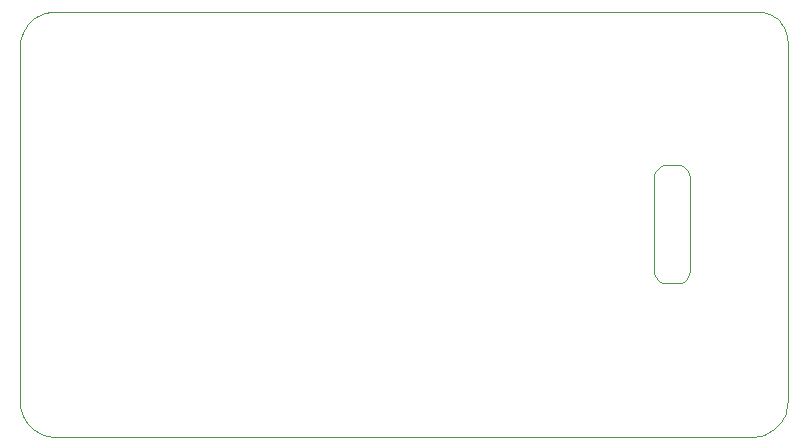
<source format=gm1>
G04*
G04 #@! TF.GenerationSoftware,Altium Limited,Altium Designer,19.1.7 (138)*
G04*
G04 Layer_Color=16711935*
%FSLAX25Y25*%
%MOIN*%
G70*
G01*
G75*
%ADD13C,0.00394*%
D13*
X223228Y86614D02*
X223094Y87633D01*
X222701Y88583D01*
X222075Y89398D01*
X221260Y90024D01*
X220310Y90417D01*
X219291Y90551D01*
X215354D02*
X214335Y90417D01*
X213386Y90024D01*
X212571Y89398D01*
X211945Y88583D01*
X211551Y87633D01*
X211417Y86614D01*
Y55118D02*
X211551Y54099D01*
X211945Y53150D01*
X212571Y52334D01*
X213386Y51709D01*
X214335Y51315D01*
X215354Y51181D01*
X219291D02*
X220310Y51315D01*
X221260Y51709D01*
X222075Y52334D01*
X222701Y53150D01*
X223094Y54099D01*
X223228Y55118D01*
X255906Y131732D02*
X255857Y132712D01*
X255713Y133683D01*
X255475Y134635D01*
X255144Y135559D01*
X254725Y136446D01*
X254220Y137288D01*
X253636Y138076D01*
X252977Y138803D01*
X252249Y139462D01*
X251461Y140047D01*
X250620Y140551D01*
X249732Y140971D01*
X248808Y141302D01*
X247856Y141540D01*
X246886Y141684D01*
X245905Y141732D01*
X244094Y0D02*
X245070Y40D01*
X246039Y161D01*
X246994Y361D01*
X247930Y640D01*
X248839Y995D01*
X249716Y1424D01*
X250554Y1923D01*
X251349Y2490D01*
X252094Y3121D01*
X252784Y3812D01*
X253415Y4557D01*
X253982Y5351D01*
X254482Y6190D01*
X254911Y7067D01*
X255266Y7976D01*
X255544Y8912D01*
X255744Y9867D01*
X255865Y10836D01*
X255906Y11811D01*
X11811Y141732D02*
X10836Y141692D01*
X9867Y141571D01*
X8912Y141371D01*
X7976Y141092D01*
X7067Y140737D01*
X6190Y140309D01*
X5351Y139809D01*
X4557Y139242D01*
X3812Y138611D01*
X3121Y137921D01*
X2490Y137176D01*
X1923Y136381D01*
X1424Y135543D01*
X995Y134666D01*
X640Y133756D01*
X361Y132821D01*
X161Y131865D01*
X40Y130897D01*
X0Y129921D01*
Y11811D02*
X40Y10836D01*
X161Y9867D01*
X361Y8912D01*
X640Y7976D01*
X995Y7067D01*
X1424Y6190D01*
X1923Y5351D01*
X2490Y4557D01*
X3121Y3812D01*
X3812Y3121D01*
X4557Y2490D01*
X5351Y1923D01*
X6190Y1424D01*
X7067Y995D01*
X7976Y640D01*
X8912Y361D01*
X9867Y161D01*
X10836Y40D01*
X11811Y0D01*
X215354Y90551D02*
X219291D01*
X215354Y51181D02*
X219291D01*
X223228Y55118D02*
Y86614D01*
X211417Y55118D02*
Y86614D01*
X11811Y141732D02*
X245905D01*
X255906Y131732D02*
X255906Y11811D01*
X-0D02*
X0Y129921D01*
X11811Y0D02*
X244094D01*
M02*

</source>
